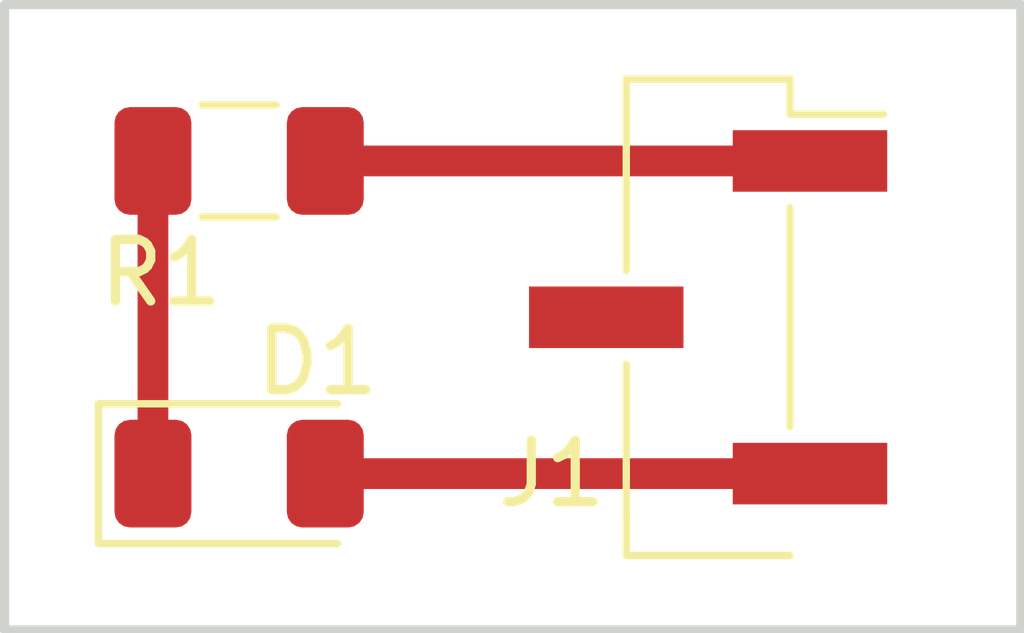
<source format=kicad_pcb>
(kicad_pcb (version 20171130) (host pcbnew 5.0.1-33cea8e~68~ubuntu18.04.1)

  (general
    (thickness 1.6)
    (drawings 4)
    (tracks 3)
    (zones 0)
    (modules 3)
    (nets 5)
  )

  (page A4)
  (layers
    (0 F.Cu signal)
    (31 B.Cu signal hide)
    (32 B.Adhes user hide)
    (33 F.Adhes user hide)
    (34 B.Paste user hide)
    (35 F.Paste user hide)
    (36 B.SilkS user hide)
    (37 F.SilkS user)
    (38 B.Mask user hide)
    (39 F.Mask user)
    (40 Dwgs.User user hide)
    (41 Cmts.User user hide)
    (42 Eco1.User user hide)
    (43 Eco2.User user hide)
    (44 Edge.Cuts user)
    (45 Margin user)
    (46 B.CrtYd user hide)
    (47 F.CrtYd user)
    (48 B.Fab user hide)
    (49 F.Fab user hide)
  )

  (setup
    (last_trace_width 0.25)
    (trace_clearance 0.2)
    (zone_clearance 0.508)
    (zone_45_only no)
    (trace_min 0.2)
    (segment_width 0.2)
    (edge_width 0.15)
    (via_size 0.8)
    (via_drill 0.4)
    (via_min_size 0.4)
    (via_min_drill 0.3)
    (uvia_size 0.3)
    (uvia_drill 0.1)
    (uvias_allowed no)
    (uvia_min_size 0.2)
    (uvia_min_drill 0.1)
    (pcb_text_width 0.3)
    (pcb_text_size 1.5 1.5)
    (mod_edge_width 0.15)
    (mod_text_size 1 1)
    (mod_text_width 0.15)
    (pad_size 1.524 1.524)
    (pad_drill 0.762)
    (pad_to_mask_clearance 0.051)
    (solder_mask_min_width 0.25)
    (aux_axis_origin 0 0)
    (visible_elements FFFFFF7F)
    (pcbplotparams
      (layerselection 0x010fc_ffffffff)
      (usegerberextensions false)
      (usegerberattributes false)
      (usegerberadvancedattributes false)
      (creategerberjobfile false)
      (excludeedgelayer true)
      (linewidth 0.100000)
      (plotframeref false)
      (viasonmask false)
      (mode 1)
      (useauxorigin false)
      (hpglpennumber 1)
      (hpglpenspeed 20)
      (hpglpendiameter 15.000000)
      (psnegative false)
      (psa4output false)
      (plotreference true)
      (plotvalue true)
      (plotinvisibletext false)
      (padsonsilk false)
      (subtractmaskfromsilk false)
      (outputformat 1)
      (mirror false)
      (drillshape 1)
      (scaleselection 1)
      (outputdirectory ""))
  )

  (net 0 "")
  (net 1 "Net-(D1-Pad1)")
  (net 2 "Net-(D1-Pad2)")
  (net 3 GND)
  (net 4 +5V)

  (net_class Default "This is the default net class."
    (clearance 0.2)
    (trace_width 0.25)
    (via_dia 0.8)
    (via_drill 0.4)
    (uvia_dia 0.3)
    (uvia_drill 0.1)
    (add_net +5V)
    (add_net GND)
    (add_net "Net-(D1-Pad1)")
    (add_net "Net-(D1-Pad2)")
  )

  (module LED_SMD:LED_1206_3216Metric (layer F.Cu) (tedit 5B301BBE) (tstamp 5BE63D13)
    (at 135.89 104.14)
    (descr "LED SMD 1206 (3216 Metric), square (rectangular) end terminal, IPC_7351 nominal, (Body size source: http://www.tortai-tech.com/upload/download/2011102023233369053.pdf), generated with kicad-footprint-generator")
    (tags diode)
    (path /5BD8A71F)
    (attr smd)
    (fp_text reference D1 (at 1.27 -1.82) (layer F.SilkS)
      (effects (font (size 1 1) (thickness 0.15)))
    )
    (fp_text value LED_ALT (at 0 1.82) (layer F.Fab)
      (effects (font (size 1 1) (thickness 0.15)))
    )
    (fp_line (start 1.6 -0.8) (end -1.2 -0.8) (layer F.Fab) (width 0.1))
    (fp_line (start -1.2 -0.8) (end -1.6 -0.4) (layer F.Fab) (width 0.1))
    (fp_line (start -1.6 -0.4) (end -1.6 0.8) (layer F.Fab) (width 0.1))
    (fp_line (start -1.6 0.8) (end 1.6 0.8) (layer F.Fab) (width 0.1))
    (fp_line (start 1.6 0.8) (end 1.6 -0.8) (layer F.Fab) (width 0.1))
    (fp_line (start 1.6 -1.135) (end -2.285 -1.135) (layer F.SilkS) (width 0.12))
    (fp_line (start -2.285 -1.135) (end -2.285 1.135) (layer F.SilkS) (width 0.12))
    (fp_line (start -2.285 1.135) (end 1.6 1.135) (layer F.SilkS) (width 0.12))
    (fp_line (start -2.28 1.12) (end -2.28 -1.12) (layer F.CrtYd) (width 0.05))
    (fp_line (start -2.28 -1.12) (end 2.28 -1.12) (layer F.CrtYd) (width 0.05))
    (fp_line (start 2.28 -1.12) (end 2.28 1.12) (layer F.CrtYd) (width 0.05))
    (fp_line (start 2.28 1.12) (end -2.28 1.12) (layer F.CrtYd) (width 0.05))
    (fp_text user %R (at 0 0) (layer F.Fab)
      (effects (font (size 0.8 0.8) (thickness 0.12)))
    )
    (pad 1 smd roundrect (at -1.4 0) (size 1.25 1.75) (layers F.Cu F.Paste F.Mask) (roundrect_rratio 0.2)
      (net 1 "Net-(D1-Pad1)"))
    (pad 2 smd roundrect (at 1.4 0) (size 1.25 1.75) (layers F.Cu F.Paste F.Mask) (roundrect_rratio 0.2)
      (net 2 "Net-(D1-Pad2)"))
    (model ${KISYS3DMOD}/My-Packages-3D/1206-blue-LED.wrl
      (at (xyz 0 0 0))
      (scale (xyz 0.3937 0.3937 0.3937))
      (rotate (xyz 0 0 0))
    )
  )

  (module Resistor_SMD:R_1206_3216Metric (layer F.Cu) (tedit 5B301BBD) (tstamp 5BE63D46)
    (at 135.89 99.06 180)
    (descr "Resistor SMD 1206 (3216 Metric), square (rectangular) end terminal, IPC_7351 nominal, (Body size source: http://www.tortai-tech.com/upload/download/2011102023233369053.pdf), generated with kicad-footprint-generator")
    (tags resistor)
    (path /5BD8A88E)
    (attr smd)
    (fp_text reference R1 (at 1.27 -1.82 180) (layer F.SilkS)
      (effects (font (size 1 1) (thickness 0.15)))
    )
    (fp_text value 220 (at 0 1.82 180) (layer F.Fab)
      (effects (font (size 1 1) (thickness 0.15)))
    )
    (fp_line (start -1.6 0.8) (end -1.6 -0.8) (layer F.Fab) (width 0.1))
    (fp_line (start -1.6 -0.8) (end 1.6 -0.8) (layer F.Fab) (width 0.1))
    (fp_line (start 1.6 -0.8) (end 1.6 0.8) (layer F.Fab) (width 0.1))
    (fp_line (start 1.6 0.8) (end -1.6 0.8) (layer F.Fab) (width 0.1))
    (fp_line (start -0.602064 -0.91) (end 0.602064 -0.91) (layer F.SilkS) (width 0.12))
    (fp_line (start -0.602064 0.91) (end 0.602064 0.91) (layer F.SilkS) (width 0.12))
    (fp_line (start -2.28 1.12) (end -2.28 -1.12) (layer F.CrtYd) (width 0.05))
    (fp_line (start -2.28 -1.12) (end 2.28 -1.12) (layer F.CrtYd) (width 0.05))
    (fp_line (start 2.28 -1.12) (end 2.28 1.12) (layer F.CrtYd) (width 0.05))
    (fp_line (start 2.28 1.12) (end -2.28 1.12) (layer F.CrtYd) (width 0.05))
    (fp_text user %R (at 0 0 180) (layer F.Fab)
      (effects (font (size 0.8 0.8) (thickness 0.12)))
    )
    (pad 1 smd roundrect (at -1.4 0 180) (size 1.25 1.75) (layers F.Cu F.Paste F.Mask) (roundrect_rratio 0.2)
      (net 3 GND))
    (pad 2 smd roundrect (at 1.4 0 180) (size 1.25 1.75) (layers F.Cu F.Paste F.Mask) (roundrect_rratio 0.2)
      (net 1 "Net-(D1-Pad1)"))
    (model ${KISYS3DMOD}/Resistor_SMD.3dshapes/R_1206_3216Metric.wrl
      (at (xyz 0 0 0))
      (scale (xyz 1 1 1))
      (rotate (xyz 0 0 0))
    )
  )

  (module Connector_PinHeader_2.54mm:PinHeader_1x03_P2.54mm_Vertical_SMD_Pin1Right (layer F.Cu) (tedit 59FED5CC) (tstamp 5BE72B67)
    (at 143.51 101.6)
    (descr "surface-mounted straight pin header, 1x03, 2.54mm pitch, single row, style 2 (pin 1 right)")
    (tags "Surface mounted pin header SMD 1x03 2.54mm single row style2 pin1 right")
    (path /5BD8AAD5)
    (attr smd)
    (fp_text reference J1 (at -2.54 2.54) (layer F.SilkS)
      (effects (font (size 1 1) (thickness 0.15)))
    )
    (fp_text value Screw_Terminal_01x03 (at 0 4.87) (layer F.Fab)
      (effects (font (size 1 1) (thickness 0.15)))
    )
    (fp_line (start 1.27 3.81) (end -1.27 3.81) (layer F.Fab) (width 0.1))
    (fp_line (start -1.27 -3.81) (end 0.32 -3.81) (layer F.Fab) (width 0.1))
    (fp_line (start 1.27 3.81) (end 1.27 -2.86) (layer F.Fab) (width 0.1))
    (fp_line (start 1.27 -2.86) (end 0.32 -3.81) (layer F.Fab) (width 0.1))
    (fp_line (start -1.27 -3.81) (end -1.27 3.81) (layer F.Fab) (width 0.1))
    (fp_line (start -1.27 -0.32) (end -2.54 -0.32) (layer F.Fab) (width 0.1))
    (fp_line (start -2.54 -0.32) (end -2.54 0.32) (layer F.Fab) (width 0.1))
    (fp_line (start -2.54 0.32) (end -1.27 0.32) (layer F.Fab) (width 0.1))
    (fp_line (start 1.27 -2.86) (end 2.54 -2.86) (layer F.Fab) (width 0.1))
    (fp_line (start 2.54 -2.86) (end 2.54 -2.22) (layer F.Fab) (width 0.1))
    (fp_line (start 2.54 -2.22) (end 1.27 -2.22) (layer F.Fab) (width 0.1))
    (fp_line (start 1.27 2.22) (end 2.54 2.22) (layer F.Fab) (width 0.1))
    (fp_line (start 2.54 2.22) (end 2.54 2.86) (layer F.Fab) (width 0.1))
    (fp_line (start 2.54 2.86) (end 1.27 2.86) (layer F.Fab) (width 0.1))
    (fp_line (start -1.33 -3.87) (end 1.33 -3.87) (layer F.SilkS) (width 0.12))
    (fp_line (start -1.33 3.87) (end 1.33 3.87) (layer F.SilkS) (width 0.12))
    (fp_line (start 1.33 -1.78) (end 1.33 1.78) (layer F.SilkS) (width 0.12))
    (fp_line (start -1.33 -3.87) (end -1.33 -0.76) (layer F.SilkS) (width 0.12))
    (fp_line (start 1.33 -3.3) (end 2.85 -3.3) (layer F.SilkS) (width 0.12))
    (fp_line (start 1.33 -3.87) (end 1.33 -3.3) (layer F.SilkS) (width 0.12))
    (fp_line (start -1.33 3.3) (end -1.33 3.87) (layer F.SilkS) (width 0.12))
    (fp_line (start -1.33 0.76) (end -1.33 3.87) (layer F.SilkS) (width 0.12))
    (fp_line (start -3.45 -4.35) (end -3.45 4.35) (layer F.CrtYd) (width 0.05))
    (fp_line (start -3.45 4.35) (end 3.45 4.35) (layer F.CrtYd) (width 0.05))
    (fp_line (start 3.45 4.35) (end 3.45 -4.35) (layer F.CrtYd) (width 0.05))
    (fp_line (start 3.45 -4.35) (end -3.45 -4.35) (layer F.CrtYd) (width 0.05))
    (fp_text user %R (at 0 0 90) (layer F.Fab)
      (effects (font (size 1 1) (thickness 0.15)))
    )
    (pad 2 smd rect (at -1.655 0) (size 2.51 1) (layers F.Cu F.Paste F.Mask)
      (net 4 +5V))
    (pad 1 smd rect (at 1.655 -2.54) (size 2.51 1) (layers F.Cu F.Paste F.Mask)
      (net 3 GND))
    (pad 3 smd rect (at 1.655 2.54) (size 2.51 1) (layers F.Cu F.Paste F.Mask)
      (net 2 "Net-(D1-Pad2)"))
    (model ${KISYS3DMOD}/Connector_PinHeader_2.54mm.3dshapes/PinHeader_1x03_P2.54mm_Vertical_SMD_Pin1Right.wrl
      (at (xyz 0 0 0))
      (scale (xyz 1 1 1))
      (rotate (xyz 0 0 0))
    )
  )

  (gr_line (start 132.08 106.68) (end 132.08 96.52) (layer Edge.Cuts) (width 0.15))
  (gr_line (start 148.59 106.68) (end 132.08 106.68) (layer Edge.Cuts) (width 0.15))
  (gr_line (start 148.59 96.52) (end 148.59 106.68) (layer Edge.Cuts) (width 0.15))
  (gr_line (start 132.08 96.52) (end 148.59 96.52) (layer Edge.Cuts) (width 0.15))

  (segment (start 134.49 99.06) (end 134.49 104.14) (width 0.5) (layer F.Cu) (net 1))
  (segment (start 137.29 104.14) (end 145.165 104.14) (width 0.5) (layer F.Cu) (net 2))
  (segment (start 137.29 99.06) (end 145.165 99.06) (width 0.5) (layer F.Cu) (net 3))

)

</source>
